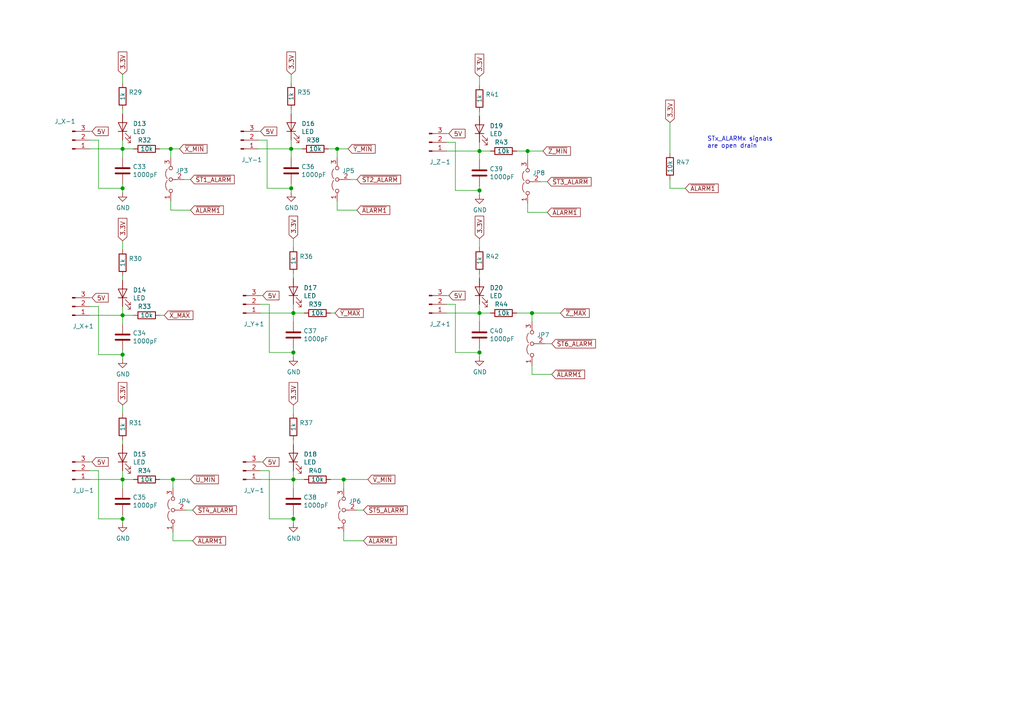
<source format=kicad_sch>
(kicad_sch (version 20210123) (generator eeschema)
  (paper "A4")
  (lib_symbols
    (symbol "Connector:Conn_01x03_Male" (pin_names hide)
      (property "Reference" "J" (at 0 5.08 0))
      (property "Value" "Conn_01x03_Male" (at 0 -5.08 0))
      (symbol "Conn_01x03_Male_1_1"
        (rectangle (start 0.8636 -2.413) (end 0 -2.667) (fill (type outline)))
        (rectangle (start 0.8636 0.127) (end 0 -0.127) (fill (type outline)))
        (rectangle (start 0.8636 2.667) (end 0 2.413) (fill (type outline)))
        (polyline (pts (xy 1.27 -2.54) (xy 0.8636 -2.54)))
        (polyline (pts (xy 1.27 0) (xy 0.8636 0)))
        (polyline (pts (xy 1.27 2.54) (xy 0.8636 2.54)))
        (pin passive line (at 5.08 2.54 180) (length 3.81) (name "Pin_1") (number "1"))
        (pin passive line (at 5.08 0 180) (length 3.81) (name "Pin_2") (number "2"))
        (pin passive line (at 5.08 -2.54 180) (length 3.81) (name "Pin_3") (number "3"))
      )
    )
    (symbol "Device:C" (pin_numbers hide) (pin_names (offset 0.254))
      (property "Reference" "C" (at 0.635 2.54 0))
      (property "Value" "C" (at 0.635 -2.54 0))
      (symbol "C_0_1"
        (polyline (pts (xy -2.032 -0.762) (xy 2.032 -0.762)) (stroke (width 0.508)))
        (polyline (pts (xy -2.032 0.762) (xy 2.032 0.762)) (stroke (width 0.508)))
      )
      (symbol "C_1_1"
        (pin passive line (at 0 3.81 270) (length 2.794) (name "~") (number "1"))
        (pin passive line (at 0 -3.81 90) (length 2.794) (name "~") (number "2"))
      )
    )
    (symbol "Device:LED" (pin_numbers hide) (pin_names hide)
      (property "Reference" "D" (at 0 2.54 0))
      (property "Value" "LED" (at 0 -2.54 0))
      (symbol "LED_0_1"
        (polyline (pts (xy -1.27 -1.27) (xy -1.27 1.27)) (stroke (width 0.2032)))
        (polyline (pts (xy -1.27 0) (xy 1.27 0)))
        (polyline (pts (xy 1.27 -1.27) (xy 1.27 1.27) (xy -1.27 0) (xy 1.27 -1.27)) (stroke (width 0.2032)))
        (polyline (pts (xy -3.048 -0.762) (xy -4.572 -2.286) (xy -3.81 -2.286) (xy -4.572 -2.286) (xy -4.572 -1.524)))
        (polyline (pts (xy -1.778 -0.762) (xy -3.302 -2.286) (xy -2.54 -2.286) (xy -3.302 -2.286) (xy -3.302 -1.524)))
      )
      (symbol "LED_1_1"
        (pin passive line (at -3.81 0 0) (length 2.54) (name "K") (number "1"))
        (pin passive line (at 3.81 0 180) (length 2.54) (name "A") (number "2"))
      )
    )
    (symbol "Device:R" (pin_numbers hide) (pin_names (offset 0))
      (property "Reference" "R" (at 2.032 0 90))
      (property "Value" "R" (at 0 0 90))
      (symbol "R_0_1"
        (rectangle (start -1.016 -2.54) (end 1.016 2.54) (stroke (width 0.254)))
      )
      (symbol "R_1_1"
        (pin passive line (at 0 3.81 270) (length 1.27) (name "~") (number "1"))
        (pin passive line (at 0 -3.81 90) (length 1.27) (name "~") (number "2"))
      )
    )
    (symbol "Jumper:Jumper_3_Open" (pin_names (offset 0) hide)
      (property "Reference" "JP" (at -2.54 -2.54 0))
      (property "Value" "Jumper_3_Open" (at 0 2.794 0))
      (symbol "Jumper_3_Open_0_0"
        (circle (center -3.302 0) (radius 0.508))
        (circle (center 0 0) (radius 0.508))
        (circle (center 3.302 0) (radius 0.508))
      )
      (symbol "Jumper_3_Open_0_1"
        (arc (start -3.048 1.016) (end -0.254 1.016) (radius (at -1.651 -0.762) (length 2.2606) (angles 128.2 51.8)))
        (arc (start 0.254 1.016) (end 3.048 1.016) (radius (at 1.651 -0.762) (length 2.2606) (angles 128.2 51.8)))
        (polyline (pts (xy 0 -0.508) (xy 0 -1.27)))
      )
      (symbol "Jumper_3_Open_1_1"
        (pin passive line (at -6.35 0 0) (length 2.54) (name "A") (number "1"))
        (pin input line (at 0 -3.81 90) (length 2.54) (name "C") (number "2"))
        (pin passive line (at 6.35 0 180) (length 2.54) (name "B") (number "3"))
      )
    )
    (symbol "power:GND" (power) (pin_names (offset 0))
      (property "Value" "GND" (at 0 -3.81 0))
      (symbol "GND_0_1"
        (polyline (pts (xy 0 0) (xy 0 -1.27) (xy 1.27 -1.27) (xy 0 -2.54) (xy -1.27 -1.27) (xy 0 -1.27)))
      )
      (symbol "GND_1_1"
        (pin power_in line (at 0 0 270) (length 0) hide (name "GND") (number "1"))
      )
    )
  )
  (junction (at 35.56 43.18) (diameter 1.016))
  (junction (at 35.56 54.61) (diameter 1.016))
  (junction (at 35.56 91.44) (diameter 1.016))
  (junction (at 35.56 102.87) (diameter 1.016))
  (junction (at 35.56 139.065) (diameter 1.016))
  (junction (at 35.56 150.495) (diameter 1.016))
  (junction (at 49.53 43.18) (diameter 1.016))
  (junction (at 50.165 139.065) (diameter 1.016))
  (junction (at 84.455 43.18) (diameter 1.016))
  (junction (at 84.455 54.61) (diameter 1.016))
  (junction (at 85.09 90.805) (diameter 1.016))
  (junction (at 85.09 102.235) (diameter 1.016))
  (junction (at 85.09 139.065) (diameter 1.016))
  (junction (at 85.09 150.495) (diameter 1.016))
  (junction (at 97.79 43.18) (diameter 1.016))
  (junction (at 99.695 139.065) (diameter 1.016))
  (junction (at 139.065 43.815) (diameter 1.016))
  (junction (at 139.065 55.245) (diameter 1.016))
  (junction (at 139.065 90.805) (diameter 1.016))
  (junction (at 139.065 102.235) (diameter 1.016))
  (junction (at 153.035 43.815) (diameter 1.016))
  (junction (at 154.305 90.805) (diameter 1.016))
  (wire (pts (xy 26.035 40.64) (xy 28.575 40.64)))
  (wire (pts (xy 26.035 43.18) (xy 35.56 43.18)))
  (wire (pts (xy 26.035 88.9) (xy 28.575 88.9)))
  (wire (pts (xy 26.035 91.44) (xy 35.56 91.44)))
  (wire (pts (xy 26.035 136.525) (xy 28.575 136.525)))
  (wire (pts (xy 26.035 139.065) (xy 35.56 139.065)))
  (wire (pts (xy 26.67 38.1) (xy 26.035 38.1)))
  (wire (pts (xy 26.67 86.36) (xy 26.035 86.36)))
  (wire (pts (xy 26.67 133.985) (xy 26.035 133.985)))
  (wire (pts (xy 28.575 40.64) (xy 28.575 54.61)))
  (wire (pts (xy 28.575 54.61) (xy 35.56 54.61)))
  (wire (pts (xy 28.575 88.9) (xy 28.575 102.87)))
  (wire (pts (xy 28.575 102.87) (xy 35.56 102.87)))
  (wire (pts (xy 28.575 136.525) (xy 28.575 150.495)))
  (wire (pts (xy 28.575 150.495) (xy 35.56 150.495)))
  (wire (pts (xy 35.56 24.13) (xy 35.56 21.59)))
  (wire (pts (xy 35.56 31.75) (xy 35.56 33.02)))
  (wire (pts (xy 35.56 40.64) (xy 35.56 43.18)))
  (wire (pts (xy 35.56 45.72) (xy 35.56 43.18)))
  (wire (pts (xy 35.56 54.61) (xy 35.56 53.34)))
  (wire (pts (xy 35.56 55.88) (xy 35.56 54.61)))
  (wire (pts (xy 35.56 72.39) (xy 35.56 69.85)))
  (wire (pts (xy 35.56 80.01) (xy 35.56 81.28)))
  (wire (pts (xy 35.56 88.9) (xy 35.56 91.44)))
  (wire (pts (xy 35.56 93.98) (xy 35.56 91.44)))
  (wire (pts (xy 35.56 102.87) (xy 35.56 101.6)))
  (wire (pts (xy 35.56 104.14) (xy 35.56 102.87)))
  (wire (pts (xy 35.56 120.015) (xy 35.56 117.475)))
  (wire (pts (xy 35.56 127.635) (xy 35.56 128.905)))
  (wire (pts (xy 35.56 136.525) (xy 35.56 139.065)))
  (wire (pts (xy 35.56 141.605) (xy 35.56 139.065)))
  (wire (pts (xy 35.56 150.495) (xy 35.56 149.225)))
  (wire (pts (xy 35.56 151.765) (xy 35.56 150.495)))
  (wire (pts (xy 38.735 43.18) (xy 35.56 43.18)))
  (wire (pts (xy 38.735 91.44) (xy 35.56 91.44)))
  (wire (pts (xy 38.735 139.065) (xy 35.56 139.065)))
  (wire (pts (xy 46.355 43.18) (xy 49.53 43.18)))
  (wire (pts (xy 46.355 91.44) (xy 47.625 91.44)))
  (wire (pts (xy 46.355 139.065) (xy 50.165 139.065)))
  (wire (pts (xy 49.53 43.18) (xy 52.07 43.18)))
  (wire (pts (xy 49.53 45.72) (xy 49.53 43.18)))
  (wire (pts (xy 49.53 58.42) (xy 49.53 60.96)))
  (wire (pts (xy 49.53 60.96) (xy 55.245 60.96)))
  (wire (pts (xy 50.165 139.065) (xy 55.245 139.065)))
  (wire (pts (xy 50.165 141.605) (xy 50.165 139.065)))
  (wire (pts (xy 50.165 154.305) (xy 50.165 156.845)))
  (wire (pts (xy 50.165 156.845) (xy 55.88 156.845)))
  (wire (pts (xy 55.245 52.07) (xy 53.34 52.07)))
  (wire (pts (xy 55.88 147.955) (xy 53.975 147.955)))
  (wire (pts (xy 74.93 40.64) (xy 77.47 40.64)))
  (wire (pts (xy 74.93 43.18) (xy 84.455 43.18)))
  (wire (pts (xy 75.565 38.1) (xy 74.93 38.1)))
  (wire (pts (xy 75.565 88.265) (xy 78.105 88.265)))
  (wire (pts (xy 75.565 90.805) (xy 85.09 90.805)))
  (wire (pts (xy 75.565 136.525) (xy 78.105 136.525)))
  (wire (pts (xy 75.565 139.065) (xy 85.09 139.065)))
  (wire (pts (xy 76.2 85.725) (xy 75.565 85.725)))
  (wire (pts (xy 76.2 133.985) (xy 75.565 133.985)))
  (wire (pts (xy 77.47 40.64) (xy 77.47 54.61)))
  (wire (pts (xy 77.47 54.61) (xy 84.455 54.61)))
  (wire (pts (xy 78.105 88.265) (xy 78.105 102.235)))
  (wire (pts (xy 78.105 102.235) (xy 85.09 102.235)))
  (wire (pts (xy 78.105 136.525) (xy 78.105 150.495)))
  (wire (pts (xy 78.105 150.495) (xy 85.09 150.495)))
  (wire (pts (xy 84.455 24.13) (xy 84.455 21.59)))
  (wire (pts (xy 84.455 31.75) (xy 84.455 33.02)))
  (wire (pts (xy 84.455 40.64) (xy 84.455 43.18)))
  (wire (pts (xy 84.455 45.72) (xy 84.455 43.18)))
  (wire (pts (xy 84.455 54.61) (xy 84.455 53.34)))
  (wire (pts (xy 84.455 55.88) (xy 84.455 54.61)))
  (wire (pts (xy 85.09 71.755) (xy 85.09 69.215)))
  (wire (pts (xy 85.09 79.375) (xy 85.09 80.645)))
  (wire (pts (xy 85.09 88.265) (xy 85.09 90.805)))
  (wire (pts (xy 85.09 93.345) (xy 85.09 90.805)))
  (wire (pts (xy 85.09 102.235) (xy 85.09 100.965)))
  (wire (pts (xy 85.09 103.505) (xy 85.09 102.235)))
  (wire (pts (xy 85.09 120.015) (xy 85.09 117.475)))
  (wire (pts (xy 85.09 127.635) (xy 85.09 128.905)))
  (wire (pts (xy 85.09 136.525) (xy 85.09 139.065)))
  (wire (pts (xy 85.09 141.605) (xy 85.09 139.065)))
  (wire (pts (xy 85.09 150.495) (xy 85.09 149.225)))
  (wire (pts (xy 85.09 151.765) (xy 85.09 150.495)))
  (wire (pts (xy 87.63 43.18) (xy 84.455 43.18)))
  (wire (pts (xy 88.265 90.805) (xy 85.09 90.805)))
  (wire (pts (xy 88.265 139.065) (xy 85.09 139.065)))
  (wire (pts (xy 95.25 43.18) (xy 97.79 43.18)))
  (wire (pts (xy 95.885 90.805) (xy 97.155 90.805)))
  (wire (pts (xy 95.885 139.065) (xy 99.695 139.065)))
  (wire (pts (xy 97.79 43.18) (xy 100.965 43.18)))
  (wire (pts (xy 97.79 45.72) (xy 97.79 43.18)))
  (wire (pts (xy 97.79 58.42) (xy 97.79 60.96)))
  (wire (pts (xy 97.79 60.96) (xy 103.505 60.96)))
  (wire (pts (xy 99.695 139.065) (xy 106.68 139.065)))
  (wire (pts (xy 99.695 141.605) (xy 99.695 139.065)))
  (wire (pts (xy 99.695 154.305) (xy 99.695 156.845)))
  (wire (pts (xy 99.695 156.845) (xy 105.41 156.845)))
  (wire (pts (xy 103.505 52.07) (xy 101.6 52.07)))
  (wire (pts (xy 105.41 147.955) (xy 103.505 147.955)))
  (wire (pts (xy 129.54 41.275) (xy 132.08 41.275)))
  (wire (pts (xy 129.54 43.815) (xy 139.065 43.815)))
  (wire (pts (xy 129.54 88.265) (xy 132.08 88.265)))
  (wire (pts (xy 129.54 90.805) (xy 139.065 90.805)))
  (wire (pts (xy 130.175 38.735) (xy 129.54 38.735)))
  (wire (pts (xy 130.175 85.725) (xy 129.54 85.725)))
  (wire (pts (xy 132.08 41.275) (xy 132.08 55.245)))
  (wire (pts (xy 132.08 55.245) (xy 139.065 55.245)))
  (wire (pts (xy 132.08 88.265) (xy 132.08 102.235)))
  (wire (pts (xy 132.08 102.235) (xy 139.065 102.235)))
  (wire (pts (xy 139.065 24.765) (xy 139.065 22.225)))
  (wire (pts (xy 139.065 32.385) (xy 139.065 33.655)))
  (wire (pts (xy 139.065 41.275) (xy 139.065 43.815)))
  (wire (pts (xy 139.065 46.355) (xy 139.065 43.815)))
  (wire (pts (xy 139.065 55.245) (xy 139.065 53.975)))
  (wire (pts (xy 139.065 56.515) (xy 139.065 55.245)))
  (wire (pts (xy 139.065 71.755) (xy 139.065 69.215)))
  (wire (pts (xy 139.065 79.375) (xy 139.065 80.645)))
  (wire (pts (xy 139.065 88.265) (xy 139.065 90.805)))
  (wire (pts (xy 139.065 93.345) (xy 139.065 90.805)))
  (wire (pts (xy 139.065 102.235) (xy 139.065 100.965)))
  (wire (pts (xy 139.065 103.505) (xy 139.065 102.235)))
  (wire (pts (xy 142.24 43.815) (xy 139.065 43.815)))
  (wire (pts (xy 142.24 90.805) (xy 139.065 90.805)))
  (wire (pts (xy 149.86 43.815) (xy 153.035 43.815)))
  (wire (pts (xy 149.86 90.805) (xy 154.305 90.805)))
  (wire (pts (xy 153.035 43.815) (xy 157.48 43.815)))
  (wire (pts (xy 153.035 46.355) (xy 153.035 43.815)))
  (wire (pts (xy 153.035 59.055) (xy 153.035 61.595)))
  (wire (pts (xy 153.035 61.595) (xy 158.75 61.595)))
  (wire (pts (xy 154.305 90.805) (xy 162.56 90.805)))
  (wire (pts (xy 154.305 93.345) (xy 154.305 90.805)))
  (wire (pts (xy 154.305 106.045) (xy 154.305 108.585)))
  (wire (pts (xy 154.305 108.585) (xy 160.02 108.585)))
  (wire (pts (xy 158.75 52.705) (xy 156.845 52.705)))
  (wire (pts (xy 160.02 99.695) (xy 158.115 99.695)))
  (wire (pts (xy 194.31 44.45) (xy 194.31 35.56)))
  (wire (pts (xy 194.31 52.07) (xy 194.31 54.61)))
  (wire (pts (xy 194.31 54.61) (xy 198.755 54.61)))
  (text "STx_ALARMx signals \nare open drain" (at 205.105 43.18 0) (effects (font (size 1.27 1.27)) (justify left bottom)))
  (global_label "5V" (shape input) (at 26.67 38.1 0) (property "Intersheet References" "${INTERSHEET_REFS}" (effects hide)))
  (global_label "5V" (shape input) (at 26.67 86.36 0) (property "Intersheet References" "${INTERSHEET_REFS}" (effects hide)))
  (global_label "5V" (shape input) (at 26.67 133.985 0) (property "Intersheet References" "${INTERSHEET_REFS}" (effects hide)))
  (global_label "3.3V" (shape input) (at 35.56 21.59 90) (property "Intersheet References" "${INTERSHEET_REFS}" (effects hide)))
  (global_label "3.3V" (shape input) (at 35.56 69.85 90) (property "Intersheet References" "${INTERSHEET_REFS}" (effects hide)))
  (global_label "3.3V" (shape input) (at 35.56 117.475 90) (property "Intersheet References" "${INTERSHEET_REFS}" (effects hide)))
  (global_label "~X_MAX" (shape input) (at 47.625 91.44 0) (property "Intersheet References" "${INTERSHEET_REFS}" (effects hide)))
  (global_label "~X_MIN" (shape input) (at 52.07 43.18 0) (property "Intersheet References" "${INTERSHEET_REFS}" (effects hide)))
  (global_label "~ST1_ALARM" (shape input) (at 55.245 52.07 0) (property "Intersheet References" "${INTERSHEET_REFS}" (effects hide)))
  (global_label "~ALARM1" (shape input) (at 55.245 60.96 0) (property "Intersheet References" "${INTERSHEET_REFS}" (effects hide)))
  (global_label "~U_MIN" (shape input) (at 55.245 139.065 0) (property "Intersheet References" "${INTERSHEET_REFS}" (effects hide)))
  (global_label "~ST4_ALARM" (shape input) (at 55.88 147.955 0) (property "Intersheet References" "${INTERSHEET_REFS}" (effects hide)))
  (global_label "~ALARM1" (shape input) (at 55.88 156.845 0) (property "Intersheet References" "${INTERSHEET_REFS}" (effects hide)))
  (global_label "5V" (shape input) (at 75.565 38.1 0) (property "Intersheet References" "${INTERSHEET_REFS}" (effects hide)))
  (global_label "5V" (shape input) (at 76.2 85.725 0) (property "Intersheet References" "${INTERSHEET_REFS}" (effects hide)))
  (global_label "5V" (shape input) (at 76.2 133.985 0) (property "Intersheet References" "${INTERSHEET_REFS}" (effects hide)))
  (global_label "3.3V" (shape input) (at 84.455 21.59 90) (property "Intersheet References" "${INTERSHEET_REFS}" (effects hide)))
  (global_label "3.3V" (shape input) (at 85.09 69.215 90) (property "Intersheet References" "${INTERSHEET_REFS}" (effects hide)))
  (global_label "3.3V" (shape input) (at 85.09 117.475 90) (property "Intersheet References" "${INTERSHEET_REFS}" (effects hide)))
  (global_label "~Y_MAX" (shape input) (at 97.155 90.805 0) (property "Intersheet References" "${INTERSHEET_REFS}" (effects hide)))
  (global_label "~Y_MIN" (shape input) (at 100.965 43.18 0) (property "Intersheet References" "${INTERSHEET_REFS}" (effects hide)))
  (global_label "~ST2_ALARM" (shape input) (at 103.505 52.07 0) (property "Intersheet References" "${INTERSHEET_REFS}" (effects hide)))
  (global_label "~ALARM1" (shape input) (at 103.505 60.96 0) (property "Intersheet References" "${INTERSHEET_REFS}" (effects hide)))
  (global_label "~ST5_ALARM" (shape input) (at 105.41 147.955 0) (property "Intersheet References" "${INTERSHEET_REFS}" (effects hide)))
  (global_label "~ALARM1" (shape input) (at 105.41 156.845 0) (property "Intersheet References" "${INTERSHEET_REFS}" (effects hide)))
  (global_label "~V_MIN" (shape input) (at 106.68 139.065 0) (property "Intersheet References" "${INTERSHEET_REFS}" (effects hide)))
  (global_label "5V" (shape input) (at 130.175 38.735 0) (property "Intersheet References" "${INTERSHEET_REFS}" (effects hide)))
  (global_label "5V" (shape input) (at 130.175 85.725 0) (property "Intersheet References" "${INTERSHEET_REFS}" (effects hide)))
  (global_label "3.3V" (shape input) (at 139.065 22.225 90) (property "Intersheet References" "${INTERSHEET_REFS}" (effects hide)))
  (global_label "3.3V" (shape input) (at 139.065 69.215 90) (property "Intersheet References" "${INTERSHEET_REFS}" (effects hide)))
  (global_label "~Z_MIN" (shape input) (at 157.48 43.815 0) (property "Intersheet References" "${INTERSHEET_REFS}" (effects hide)))
  (global_label "~ST3_ALARM" (shape input) (at 158.75 52.705 0) (property "Intersheet References" "${INTERSHEET_REFS}" (effects hide)))
  (global_label "~ALARM1" (shape input) (at 158.75 61.595 0) (property "Intersheet References" "${INTERSHEET_REFS}" (effects hide)))
  (global_label "~ST6_ALARM" (shape input) (at 160.02 99.695 0) (property "Intersheet References" "${INTERSHEET_REFS}" (effects hide)))
  (global_label "~ALARM1" (shape input) (at 160.02 108.585 0) (property "Intersheet References" "${INTERSHEET_REFS}" (effects hide)))
  (global_label "~Z_MAX" (shape input) (at 162.56 90.805 0) (property "Intersheet References" "${INTERSHEET_REFS}" (effects hide)))
  (global_label "3.3V" (shape input) (at 194.31 35.56 90) (property "Intersheet References" "${INTERSHEET_REFS}" (effects hide)))
  (global_label "~ALARM1" (shape input) (at 198.755 54.61 0) (property "Intersheet References" "${INTERSHEET_REFS}" (effects hide)))
  (symbol (lib_id "power:GND") (at 35.56 55.88 0) (unit 1)
    (property "Reference" "#PWR031" (effects hide))
    (property "Value" "GND" (at 35.687 60.2742 0))
  )
  (symbol (lib_id "power:GND") (at 35.56 104.14 0) (unit 1)
    (property "Reference" "#PWR063" (effects hide))
    (property "Value" "GND" (at 35.687 108.5342 0))
  )
  (symbol (lib_id "power:GND") (at 35.56 151.765 0) (unit 1)
    (property "Reference" "#PWR064" (effects hide))
    (property "Value" "GND" (at 35.687 156.1592 0))
  )
  (symbol (lib_id "power:GND") (at 84.455 55.88 0) (unit 1)
    (property "Reference" "#PWR032" (effects hide))
    (property "Value" "GND" (at 84.582 60.2742 0))
  )
  (symbol (lib_id "power:GND") (at 85.09 103.505 0) (unit 1)
    (property "Reference" "#PWR034" (effects hide))
    (property "Value" "GND" (at 85.217 107.8992 0))
  )
  (symbol (lib_id "power:GND") (at 85.09 151.765 0) (unit 1)
    (property "Reference" "#PWR065" (effects hide))
    (property "Value" "GND" (at 85.217 156.1592 0))
  )
  (symbol (lib_id "power:GND") (at 139.065 56.515 0) (unit 1)
    (property "Reference" "#PWR033" (effects hide))
    (property "Value" "GND" (at 139.192 60.9092 0))
  )
  (symbol (lib_id "power:GND") (at 139.065 103.505 0) (unit 1)
    (property "Reference" "#PWR035" (effects hide))
    (property "Value" "GND" (at 139.192 107.8992 0))
  )
  (symbol (lib_id "Device:R") (at 35.56 27.94 0) (unit 1)
    (property "Reference" "R29" (at 37.338 26.7716 0) (effects (justify left)))
    (property "Value" "1k" (at 35.56 29.21 90) (effects (justify left)))
    (property "Footprint" "Resistor_SMD:R_0402_1005Metric" (effects hide))
    (property "Part #" "0402WGF1001TCE" (effects hide))
    (property "LCSC Part #" "C11702" (effects hide))
  )
  (symbol (lib_id "Device:R") (at 35.56 76.2 0) (unit 1)
    (property "Reference" "R30" (at 37.338 75.0316 0) (effects (justify left)))
    (property "Value" "1k" (at 35.56 77.47 90) (effects (justify left)))
    (property "Footprint" "Resistor_SMD:R_0402_1005Metric" (effects hide))
    (property "Part #" "0402WGF1001TCE" (effects hide))
    (property "LCSC Part #" "C11702" (effects hide))
  )
  (symbol (lib_id "Device:R") (at 35.56 123.825 0) (unit 1)
    (property "Reference" "R31" (at 37.338 122.6566 0) (effects (justify left)))
    (property "Value" "1k" (at 35.56 125.095 90) (effects (justify left)))
    (property "Footprint" "Resistor_SMD:R_0402_1005Metric" (effects hide))
    (property "Part #" "0402WGF1001TCE" (effects hide))
    (property "LCSC Part #" "C11702" (effects hide))
  )
  (symbol (lib_id "Device:R") (at 42.545 43.18 270) (unit 1)
    (property "Reference" "R32" (at 41.91 40.64 90))
    (property "Value" "10k" (at 42.545 43.18 90))
    (property "Footprint" "Resistor_SMD:R_0402_1005Metric" (effects hide))
    (property "Part #" "0402WGF1002TCE" (effects hide))
    (property "LCSC Part #" "C25744" (effects hide))
  )
  (symbol (lib_id "Device:R") (at 42.545 91.44 270) (unit 1)
    (property "Reference" "R33" (at 41.91 88.9 90))
    (property "Value" "10k" (at 42.545 91.44 90))
    (property "Footprint" "Resistor_SMD:R_0402_1005Metric" (effects hide))
    (property "Part #" "0402WGF1002TCE" (effects hide))
    (property "LCSC Part #" "C25744" (effects hide))
  )
  (symbol (lib_id "Device:R") (at 42.545 139.065 270) (unit 1)
    (property "Reference" "R34" (at 41.91 136.525 90))
    (property "Value" "10k" (at 42.545 139.065 90))
    (property "Footprint" "Resistor_SMD:R_0402_1005Metric" (effects hide))
    (property "Part #" "0402WGF1002TCE" (effects hide))
    (property "LCSC Part #" "C25744" (effects hide))
  )
  (symbol (lib_id "Device:R") (at 84.455 27.94 0) (unit 1)
    (property "Reference" "R35" (at 86.233 26.7716 0) (effects (justify left)))
    (property "Value" "1k" (at 84.455 29.21 90) (effects (justify left)))
    (property "Footprint" "Resistor_SMD:R_0402_1005Metric" (effects hide))
    (property "Part #" "0402WGF1001TCE" (effects hide))
    (property "LCSC Part #" "C11702" (effects hide))
  )
  (symbol (lib_id "Device:R") (at 85.09 75.565 0) (unit 1)
    (property "Reference" "R36" (at 86.868 74.3966 0) (effects (justify left)))
    (property "Value" "1k" (at 85.09 76.835 90) (effects (justify left)))
    (property "Footprint" "Resistor_SMD:R_0402_1005Metric" (effects hide))
    (property "Part #" "0402WGF1001TCE" (effects hide))
    (property "LCSC Part #" "C11702" (effects hide))
  )
  (symbol (lib_id "Device:R") (at 85.09 123.825 0) (unit 1)
    (property "Reference" "R37" (at 86.868 122.6566 0) (effects (justify left)))
    (property "Value" "1k" (at 85.09 125.095 90) (effects (justify left)))
    (property "Footprint" "Resistor_SMD:R_0402_1005Metric" (effects hide))
    (property "Part #" "0402WGF1001TCE" (effects hide))
    (property "LCSC Part #" "C11702" (effects hide))
  )
  (symbol (lib_id "Device:R") (at 91.44 43.18 270) (unit 1)
    (property "Reference" "R38" (at 90.805 40.64 90))
    (property "Value" "10k" (at 91.44 43.18 90))
    (property "Footprint" "Resistor_SMD:R_0402_1005Metric" (effects hide))
    (property "Part #" "0402WGF1002TCE" (effects hide))
    (property "LCSC Part #" "C25744" (effects hide))
  )
  (symbol (lib_id "Device:R") (at 92.075 90.805 270) (unit 1)
    (property "Reference" "R39" (at 91.44 88.265 90))
    (property "Value" "10k" (at 92.075 90.805 90))
    (property "Footprint" "Resistor_SMD:R_0402_1005Metric" (effects hide))
    (property "Part #" "0402WGF1002TCE" (effects hide))
    (property "LCSC Part #" "C25744" (effects hide))
  )
  (symbol (lib_id "Device:R") (at 92.075 139.065 270) (unit 1)
    (property "Reference" "R40" (at 91.44 136.525 90))
    (property "Value" "10k" (at 92.075 139.065 90))
    (property "Footprint" "Resistor_SMD:R_0402_1005Metric" (effects hide))
    (property "Part #" "0402WGF1002TCE" (effects hide))
    (property "LCSC Part #" "C25744" (effects hide))
  )
  (symbol (lib_id "Device:R") (at 139.065 28.575 0) (unit 1)
    (property "Reference" "R41" (at 140.843 27.4066 0) (effects (justify left)))
    (property "Value" "1k" (at 139.065 29.845 90) (effects (justify left)))
    (property "Footprint" "Resistor_SMD:R_0402_1005Metric" (effects hide))
    (property "Part #" "0402WGF1001TCE" (effects hide))
    (property "LCSC Part #" "C11702" (effects hide))
  )
  (symbol (lib_id "Device:R") (at 139.065 75.565 0) (unit 1)
    (property "Reference" "R42" (at 140.843 74.3966 0) (effects (justify left)))
    (property "Value" "1k" (at 139.065 76.835 90) (effects (justify left)))
    (property "Footprint" "Resistor_SMD:R_0402_1005Metric" (effects hide))
    (property "Part #" "0402WGF1001TCE" (effects hide))
    (property "LCSC Part #" "C11702" (effects hide))
  )
  (symbol (lib_id "Device:R") (at 146.05 43.815 270) (unit 1)
    (property "Reference" "R43" (at 145.415 41.275 90))
    (property "Value" "10k" (at 146.05 43.815 90))
    (property "Footprint" "Resistor_SMD:R_0402_1005Metric" (effects hide))
    (property "Part #" "0402WGF1002TCE" (effects hide))
    (property "LCSC Part #" "C25744" (effects hide))
  )
  (symbol (lib_id "Device:R") (at 146.05 90.805 270) (unit 1)
    (property "Reference" "R44" (at 145.415 88.265 90))
    (property "Value" "10k" (at 146.05 90.805 90))
    (property "Footprint" "Resistor_SMD:R_0402_1005Metric" (effects hide))
    (property "Part #" "0402WGF1002TCE" (effects hide))
    (property "LCSC Part #" "C25744" (effects hide))
  )
  (symbol (lib_id "Device:R") (at 194.31 48.26 0) (unit 1)
    (property "Reference" "R47" (at 196.088 47.0916 0) (effects (justify left)))
    (property "Value" "10k" (at 194.31 50.165 90) (effects (justify left)))
    (property "Footprint" "Resistor_SMD:R_0402_1005Metric" (effects hide))
    (property "Part #" "0402WGF1002TCE" (effects hide))
    (property "LCSC Part #" "C25744" (effects hide))
  )
  (symbol (lib_id "Device:LED") (at 35.56 36.83 90) (unit 1)
    (property "Reference" "D13" (at 38.5318 35.8648 90) (effects (justify right)))
    (property "Value" "LED" (at 38.5318 38.1762 90) (effects (justify right)))
    (property "Footprint" "PrntrBoardV2:LED_0603_1608Metric" (effects hide))
    (property "Part #" "KT-0603R" (effects hide))
    (property "LCSC Part #" "C2286" (effects hide))
  )
  (symbol (lib_id "Device:LED") (at 35.56 85.09 90) (unit 1)
    (property "Reference" "D14" (at 38.5318 84.1248 90) (effects (justify right)))
    (property "Value" "LED" (at 38.5318 86.4362 90) (effects (justify right)))
    (property "Footprint" "PrntrBoardV2:LED_0603_1608Metric" (effects hide))
    (property "Part #" "KT-0603R" (effects hide))
    (property "LCSC Part #" "C2286" (effects hide))
  )
  (symbol (lib_id "Device:LED") (at 35.56 132.715 90) (unit 1)
    (property "Reference" "D15" (at 38.5318 131.7498 90) (effects (justify right)))
    (property "Value" "LED" (at 38.5318 134.0612 90) (effects (justify right)))
    (property "Footprint" "PrntrBoardV2:LED_0603_1608Metric" (effects hide))
    (property "Part #" "KT-0603R" (effects hide))
    (property "LCSC Part #" "C2286" (effects hide))
  )
  (symbol (lib_id "Device:LED") (at 84.455 36.83 90) (unit 1)
    (property "Reference" "D16" (at 87.4268 35.8648 90) (effects (justify right)))
    (property "Value" "LED" (at 87.4268 38.1762 90) (effects (justify right)))
    (property "Footprint" "PrntrBoardV2:LED_0603_1608Metric" (effects hide))
    (property "Part #" "KT-0603R" (effects hide))
    (property "LCSC Part #" "C2286" (effects hide))
  )
  (symbol (lib_id "Device:LED") (at 85.09 84.455 90) (unit 1)
    (property "Reference" "D17" (at 88.0618 83.4898 90) (effects (justify right)))
    (property "Value" "LED" (at 88.0618 85.8012 90) (effects (justify right)))
    (property "Footprint" "PrntrBoardV2:LED_0603_1608Metric" (effects hide))
    (property "Part #" "KT-0603R" (effects hide))
    (property "LCSC Part #" "C2286" (effects hide))
  )
  (symbol (lib_id "Device:LED") (at 85.09 132.715 90) (unit 1)
    (property "Reference" "D18" (at 88.0618 131.7498 90) (effects (justify right)))
    (property "Value" "LED" (at 88.0618 134.0612 90) (effects (justify right)))
    (property "Footprint" "PrntrBoardV2:LED_0603_1608Metric" (effects hide))
    (property "Part #" "KT-0603R" (effects hide))
    (property "LCSC Part #" "C2286" (effects hide))
  )
  (symbol (lib_id "Device:LED") (at 139.065 37.465 90) (unit 1)
    (property "Reference" "D19" (at 142.0368 36.4998 90) (effects (justify right)))
    (property "Value" "LED" (at 142.0368 38.8112 90) (effects (justify right)))
    (property "Footprint" "PrntrBoardV2:LED_0603_1608Metric" (effects hide))
    (property "Part #" "KT-0603R" (effects hide))
    (property "LCSC Part #" "C2286" (effects hide))
  )
  (symbol (lib_id "Device:LED") (at 139.065 84.455 90) (unit 1)
    (property "Reference" "D20" (at 142.0368 83.4898 90) (effects (justify right)))
    (property "Value" "LED" (at 142.0368 85.8012 90) (effects (justify right)))
    (property "Footprint" "PrntrBoardV2:LED_0603_1608Metric" (effects hide))
    (property "Part #" "KT-0603R" (effects hide))
    (property "LCSC Part #" "C2286" (effects hide))
  )
  (symbol (lib_id "Connector:Conn_01x03_Male") (at 20.955 40.64 0) (mirror x) (unit 1)
    (property "Reference" "J_X-1" (at 18.8468 35.2044 0))
    (property "Value" "JST XH 3p" (effects hide))
    (property "Footprint" "Connector_JST:JST_XH_B3B-XH-A_1x03_P2.50mm_Vertical" (effects hide))
  )
  (symbol (lib_id "Connector:Conn_01x03_Male") (at 20.955 88.9 0) (mirror x) (unit 1)
    (property "Reference" "J_X+1" (at 24.13 94.615 0))
    (property "Value" "JST XH 3p" (effects hide))
    (property "Footprint" "Connector_JST:JST_XH_B3B-XH-A_1x03_P2.50mm_Vertical" (effects hide))
  )
  (symbol (lib_id "Connector:Conn_01x03_Male") (at 20.955 136.525 0) (mirror x) (unit 1)
    (property "Reference" "J_U-1" (at 24.13 142.24 0))
    (property "Value" "JST XH 3p" (effects hide))
    (property "Footprint" "Connector_JST:JST_XH_B3B-XH-A_1x03_P2.50mm_Vertical" (effects hide))
  )
  (symbol (lib_id "Connector:Conn_01x03_Male") (at 69.85 40.64 0) (mirror x) (unit 1)
    (property "Reference" "J_Y-1" (at 73.025 46.355 0))
    (property "Value" "JST XH 3p" (effects hide))
    (property "Footprint" "Connector_JST:JST_XH_B3B-XH-A_1x03_P2.50mm_Vertical" (effects hide))
  )
  (symbol (lib_id "Connector:Conn_01x03_Male") (at 70.485 88.265 0) (mirror x) (unit 1)
    (property "Reference" "J_Y+1" (at 73.66 93.98 0))
    (property "Value" "JST XH 3p" (effects hide))
    (property "Footprint" "Connector_JST:JST_XH_B3B-XH-A_1x03_P2.50mm_Vertical" (effects hide))
  )
  (symbol (lib_id "Connector:Conn_01x03_Male") (at 70.485 136.525 0) (mirror x) (unit 1)
    (property "Reference" "J_V-1" (at 73.66 142.24 0))
    (property "Value" "JST XH 3p" (effects hide))
    (property "Footprint" "Connector_JST:JST_XH_B3B-XH-A_1x03_P2.50mm_Vertical" (effects hide))
  )
  (symbol (lib_id "Connector:Conn_01x03_Male") (at 124.46 41.275 0) (mirror x) (unit 1)
    (property "Reference" "J_Z-1" (at 127.635 46.99 0))
    (property "Value" "JST XH 3p" (effects hide))
    (property "Footprint" "Connector_JST:JST_XH_B3B-XH-A_1x03_P2.50mm_Vertical" (effects hide))
  )
  (symbol (lib_id "Connector:Conn_01x03_Male") (at 124.46 88.265 0) (mirror x) (unit 1)
    (property "Reference" "J_Z+1" (at 127.635 93.98 0))
    (property "Value" "JST XH 3p" (effects hide))
    (property "Footprint" "Connector_JST:JST_XH_B3B-XH-A_1x03_P2.50mm_Vertical" (effects hide))
  )
  (symbol (lib_id "Device:C") (at 35.56 49.53 0) (unit 1)
    (property "Reference" "C33" (at 38.481 48.3616 0) (effects (justify left)))
    (property "Value" "1000pF" (at 38.481 50.673 0) (effects (justify left)))
    (property "Footprint" "Capacitor_SMD:C_0402_1005Metric" (effects hide))
    (property "Part #" "0402B102K500NT" (effects hide))
    (property "LCSC Part #" "C1523" (effects hide))
  )
  (symbol (lib_id "Device:C") (at 35.56 97.79 0) (unit 1)
    (property "Reference" "C34" (at 38.481 96.6216 0) (effects (justify left)))
    (property "Value" "1000pF" (at 38.481 98.933 0) (effects (justify left)))
    (property "Footprint" "Capacitor_SMD:C_0402_1005Metric" (effects hide))
    (property "Part #" "0402B102K500NT" (effects hide))
    (property "LCSC Part #" "C1523" (effects hide))
  )
  (symbol (lib_id "Device:C") (at 35.56 145.415 0) (unit 1)
    (property "Reference" "C35" (at 38.481 144.2466 0) (effects (justify left)))
    (property "Value" "1000pF" (at 38.481 146.558 0) (effects (justify left)))
    (property "Footprint" "Capacitor_SMD:C_0402_1005Metric" (effects hide))
    (property "Part #" "0402B102K500NT" (effects hide))
    (property "LCSC Part #" "C1523" (effects hide))
  )
  (symbol (lib_id "Device:C") (at 84.455 49.53 0) (unit 1)
    (property "Reference" "C36" (at 87.376 48.3616 0) (effects (justify left)))
    (property "Value" "1000pF" (at 87.376 50.673 0) (effects (justify left)))
    (property "Footprint" "Capacitor_SMD:C_0402_1005Metric" (effects hide))
    (property "Part #" "0402B102K500NT" (effects hide))
    (property "LCSC Part #" "C1523" (effects hide))
  )
  (symbol (lib_id "Device:C") (at 85.09 97.155 0) (unit 1)
    (property "Reference" "C37" (at 88.011 95.9866 0) (effects (justify left)))
    (property "Value" "1000pF" (at 88.011 98.298 0) (effects (justify left)))
    (property "Footprint" "Capacitor_SMD:C_0402_1005Metric" (effects hide))
    (property "Part #" "0402B102K500NT" (effects hide))
    (property "LCSC Part #" "C1523" (effects hide))
  )
  (symbol (lib_id "Device:C") (at 85.09 145.415 0) (unit 1)
    (property "Reference" "C38" (at 88.011 144.2466 0) (effects (justify left)))
    (property "Value" "1000pF" (at 88.011 146.558 0) (effects (justify left)))
    (property "Footprint" "Capacitor_SMD:C_0402_1005Metric" (effects hide))
    (property "Part #" "0402B102K500NT" (effects hide))
    (property "LCSC Part #" "C1523" (effects hide))
  )
  (symbol (lib_id "Device:C") (at 139.065 50.165 0) (unit 1)
    (property "Reference" "C39" (at 141.986 48.9966 0) (effects (justify left)))
    (property "Value" "1000pF" (at 141.986 51.308 0) (effects (justify left)))
    (property "Footprint" "Capacitor_SMD:C_0402_1005Metric" (effects hide))
    (property "Part #" "0402B102K500NT" (effects hide))
    (property "LCSC Part #" "C1523" (effects hide))
  )
  (symbol (lib_id "Device:C") (at 139.065 97.155 0) (unit 1)
    (property "Reference" "C40" (at 141.986 95.9866 0) (effects (justify left)))
    (property "Value" "1000pF" (at 141.986 98.298 0) (effects (justify left)))
    (property "Footprint" "Capacitor_SMD:C_0402_1005Metric" (effects hide))
    (property "Part #" "0402B102K500NT" (effects hide))
    (property "LCSC Part #" "C1523" (effects hide))
  )
  (symbol (lib_id "Jumper:Jumper_3_Open") (at 49.53 52.07 90) (unit 1)
    (property "Reference" "JP3" (at 54.61 49.53 90) (effects (justify left)))
    (property "Value" "Jumper_3_Open" (effects hide))
    (property "Footprint" "Connector_PinHeader_2.54mm:PinHeader_1x03_P2.54mm_Vertical" (effects hide))
    (property "LCSC Part #" "C152153" (effects hide))
  )
  (symbol (lib_id "Jumper:Jumper_3_Open") (at 50.165 147.955 90) (unit 1)
    (property "Reference" "JP4" (at 55.245 145.415 90) (effects (justify left)))
    (property "Value" "Jumper_3_Open" (effects hide))
    (property "Footprint" "Connector_PinHeader_2.54mm:PinHeader_1x03_P2.54mm_Vertical" (effects hide))
    (property "LCSC Part #" "C152153" (effects hide))
  )
  (symbol (lib_id "Jumper:Jumper_3_Open") (at 97.79 52.07 90) (unit 1)
    (property "Reference" "JP5" (at 102.87 49.53 90) (effects (justify left)))
    (property "Value" "Jumper_3_Open" (effects hide))
    (property "Footprint" "Connector_PinHeader_2.54mm:PinHeader_1x03_P2.54mm_Vertical" (effects hide))
    (property "LCSC Part #" "C152153" (effects hide))
  )
  (symbol (lib_id "Jumper:Jumper_3_Open") (at 99.695 147.955 90) (unit 1)
    (property "Reference" "JP6" (at 104.775 145.415 90) (effects (justify left)))
    (property "Value" "Jumper_3_Open" (effects hide))
    (property "Footprint" "Connector_PinHeader_2.54mm:PinHeader_1x03_P2.54mm_Vertical" (effects hide))
    (property "LCSC Part #" "C152153" (effects hide))
  )
  (symbol (lib_id "Jumper:Jumper_3_Open") (at 153.035 52.705 90) (unit 1)
    (property "Reference" "JP8" (at 158.115 50.165 90) (effects (justify left)))
    (property "Value" "Jumper_3_Open" (effects hide))
    (property "Footprint" "Connector_PinHeader_2.54mm:PinHeader_1x03_P2.54mm_Vertical" (effects hide))
    (property "LCSC Part #" "C152153" (effects hide))
  )
  (symbol (lib_id "Jumper:Jumper_3_Open") (at 154.305 99.695 90) (unit 1)
    (property "Reference" "JP7" (at 159.385 97.155 90) (effects (justify left)))
    (property "Value" "Jumper_3_Open" (effects hide))
    (property "Footprint" "Connector_PinHeader_2.54mm:PinHeader_1x03_P2.54mm_Vertical" (effects hide))
    (property "LCSC Part #" "C152153" (effects hide))
  )
)
</source>
